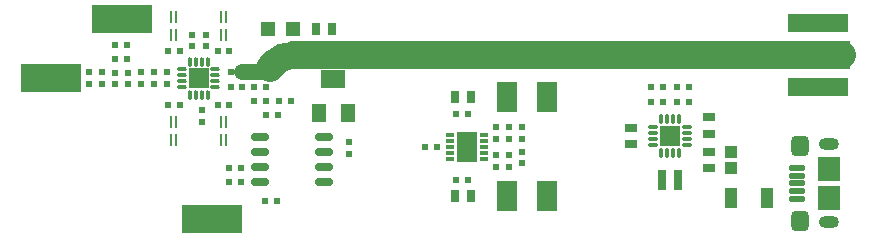
<source format=gts>
G04*
G04 #@! TF.GenerationSoftware,Altium Limited,Altium Designer,24.1.0 (36)*
G04*
G04 Layer_Color=8388736*
%FSLAX44Y44*%
%MOMM*%
G71*
G04*
G04 #@! TF.SameCoordinates,419B32F7-A19B-4B02-8D27-CA0E7DC0472F*
G04*
G04*
G04 #@! TF.FilePolarity,Negative*
G04*
G01*
G75*
%ADD28R,2.0000X1.6000*%
%ADD29R,1.3000X1.6000*%
%ADD41R,5.9000X2.4000*%
%ADD42R,0.4818X0.8500*%
%ADD43C,2.3700*%
%ADD44C,1.3700*%
%ADD45R,1.0016X0.7116*%
%ADD46R,5.1016X1.5016*%
%ADD47R,1.7516X1.7516*%
G04:AMPARAMS|DCode=48|XSize=0.3516mm|YSize=0.8016mm|CornerRadius=0.1133mm|HoleSize=0mm|Usage=FLASHONLY|Rotation=0.000|XOffset=0mm|YOffset=0mm|HoleType=Round|Shape=RoundedRectangle|*
%AMROUNDEDRECTD48*
21,1,0.3516,0.5750,0,0,0.0*
21,1,0.1250,0.8016,0,0,0.0*
1,1,0.2266,0.0625,-0.2875*
1,1,0.2266,-0.0625,-0.2875*
1,1,0.2266,-0.0625,0.2875*
1,1,0.2266,0.0625,0.2875*
%
%ADD48ROUNDEDRECTD48*%
G04:AMPARAMS|DCode=49|XSize=0.3516mm|YSize=0.8016mm|CornerRadius=0.1133mm|HoleSize=0mm|Usage=FLASHONLY|Rotation=90.000|XOffset=0mm|YOffset=0mm|HoleType=Round|Shape=RoundedRectangle|*
%AMROUNDEDRECTD49*
21,1,0.3516,0.5750,0,0,90.0*
21,1,0.1250,0.8016,0,0,90.0*
1,1,0.2266,0.2875,0.0625*
1,1,0.2266,0.2875,-0.0625*
1,1,0.2266,-0.2875,-0.0625*
1,1,0.2266,-0.2875,0.0625*
%
%ADD49ROUNDEDRECTD49*%
%ADD50O,0.9516X0.3516*%
%ADD51O,0.3516X0.9516*%
%ADD52R,0.8016X0.3516*%
%ADD53R,1.7516X2.5016*%
%ADD54O,1.5516X0.7016*%
%ADD55R,0.7016X1.1016*%
%ADD56R,0.6016X0.6016*%
%ADD57R,0.6016X0.6016*%
%ADD58R,0.7516X1.7016*%
%ADD59O,1.4516X0.5016*%
%ADD60R,1.9016X2.0016*%
G04:AMPARAMS|DCode=61|XSize=1.7016mm|YSize=1.5016mm|CornerRadius=0.4008mm|HoleSize=0mm|Usage=FLASHONLY|Rotation=270.000|XOffset=0mm|YOffset=0mm|HoleType=Round|Shape=RoundedRectangle|*
%AMROUNDEDRECTD61*
21,1,1.7016,0.7000,0,0,270.0*
21,1,0.9000,1.5016,0,0,270.0*
1,1,0.8016,-0.3500,-0.4500*
1,1,0.8016,-0.3500,0.4500*
1,1,0.8016,0.3500,0.4500*
1,1,0.8016,0.3500,-0.4500*
%
%ADD61ROUNDEDRECTD61*%
%ADD62R,1.1016X1.0016*%
%ADD63R,1.1016X1.7016*%
%ADD64R,1.3016X1.3016*%
%ADD65R,0.2600X1.0400*%
%ADD66R,1.1016X0.7016*%
%ADD67R,1.7516X2.5016*%
%ADD68R,0.6016X0.5016*%
%ADD69R,5.1816X2.3876*%
%ADD70O,1.7016X1.0016*%
%ADD71C,0.6532*%
%ADD72C,0.7016*%
D28*
X264000Y134500D02*
D03*
D29*
X276500Y105500D02*
D03*
X251500D02*
D03*
D41*
X671500Y155000D02*
D03*
D42*
X683341Y153000D02*
D03*
D43*
X231521Y155000D02*
G03*
X213561Y147561I0J-25400D01*
G01*
X694000Y155000D02*
X695000D01*
X693000D02*
X694000D01*
X692000D02*
X693000D01*
X691000D02*
X692000D01*
X231521D02*
X691000D01*
X210000Y144000D02*
X213561Y147561D01*
D44*
X200343Y140000D02*
G03*
X210000Y144000I0J13657D01*
G01*
X187000Y140000D02*
X200343D01*
D45*
X695000Y155000D02*
D03*
D46*
X674500Y128000D02*
D03*
Y182000D02*
D03*
D47*
X150000Y135000D02*
D03*
X549000Y86000D02*
D03*
D48*
X142500Y149250D02*
D03*
X147500D02*
D03*
X152500D02*
D03*
X157500D02*
D03*
Y120750D02*
D03*
X152500D02*
D03*
X147500D02*
D03*
X142500D02*
D03*
D49*
X164250Y142500D02*
D03*
Y137500D02*
D03*
Y132500D02*
D03*
Y127500D02*
D03*
X135750D02*
D03*
Y132500D02*
D03*
Y137500D02*
D03*
Y142500D02*
D03*
D50*
X563250Y78500D02*
D03*
Y83500D02*
D03*
Y88500D02*
D03*
Y93500D02*
D03*
X534750D02*
D03*
Y88500D02*
D03*
Y83500D02*
D03*
Y78500D02*
D03*
D51*
X556500Y100250D02*
D03*
X551500D02*
D03*
X546500D02*
D03*
X541500D02*
D03*
Y71750D02*
D03*
X546500D02*
D03*
X551500D02*
D03*
X556500D02*
D03*
D52*
X362500Y87000D02*
D03*
Y82000D02*
D03*
Y77000D02*
D03*
Y72000D02*
D03*
Y67000D02*
D03*
X391500D02*
D03*
Y72000D02*
D03*
Y77000D02*
D03*
Y82000D02*
D03*
Y87000D02*
D03*
D53*
X377000Y77000D02*
D03*
D54*
X201751Y85051D02*
D03*
Y72351D02*
D03*
Y59651D02*
D03*
Y46951D02*
D03*
X256251Y85051D02*
D03*
Y72351D02*
D03*
Y59651D02*
D03*
Y46951D02*
D03*
D55*
X263000Y177000D02*
D03*
X249000D02*
D03*
X367000Y35000D02*
D03*
X381000D02*
D03*
X381000Y119000D02*
D03*
X367000D02*
D03*
D56*
X424000Y73000D02*
D03*
Y63000D02*
D03*
Y94000D02*
D03*
Y84000D02*
D03*
X413000Y60000D02*
D03*
Y70000D02*
D03*
Y84000D02*
D03*
Y94000D02*
D03*
X156000Y172000D02*
D03*
Y162000D02*
D03*
X144000Y172000D02*
D03*
Y162000D02*
D03*
X153000Y98000D02*
D03*
Y108000D02*
D03*
X123000Y130000D02*
D03*
Y140000D02*
D03*
X68000Y130000D02*
D03*
Y140000D02*
D03*
X112000D02*
D03*
Y130000D02*
D03*
X57000Y140000D02*
D03*
Y130000D02*
D03*
X277000Y81000D02*
D03*
Y71000D02*
D03*
X402000Y70000D02*
D03*
Y60000D02*
D03*
Y84000D02*
D03*
Y94000D02*
D03*
X101000Y140000D02*
D03*
Y130000D02*
D03*
D57*
X187000Y140000D02*
D03*
X177000D02*
D03*
X207000Y104000D02*
D03*
X217000D02*
D03*
X555000Y128000D02*
D03*
X565000D02*
D03*
X207000D02*
D03*
X197000D02*
D03*
X177000D02*
D03*
X187000D02*
D03*
X186000Y59000D02*
D03*
X176000D02*
D03*
X186000Y47000D02*
D03*
X176000D02*
D03*
X533000Y128000D02*
D03*
X543000D02*
D03*
X533000Y115000D02*
D03*
X543000D02*
D03*
X79500Y163000D02*
D03*
X89500D02*
D03*
Y151000D02*
D03*
X79500D02*
D03*
X378000Y49000D02*
D03*
X368000D02*
D03*
Y105000D02*
D03*
X378000D02*
D03*
X565000Y115000D02*
D03*
X555000D02*
D03*
X176000Y112000D02*
D03*
X166000D02*
D03*
X134000Y158000D02*
D03*
X124000D02*
D03*
Y112000D02*
D03*
X134000D02*
D03*
X166000Y158000D02*
D03*
X176000D02*
D03*
X216000Y31000D02*
D03*
X206000D02*
D03*
X352000Y77000D02*
D03*
X342000D02*
D03*
X218000Y116000D02*
D03*
X228000D02*
D03*
X197000D02*
D03*
X207000D02*
D03*
D58*
X542250Y49000D02*
D03*
X555750D02*
D03*
D59*
X656750Y52500D02*
D03*
Y59000D02*
D03*
Y33000D02*
D03*
Y39500D02*
D03*
Y46000D02*
D03*
D60*
X683500Y34000D02*
D03*
Y58000D02*
D03*
D61*
X659000Y14000D02*
D03*
Y78000D02*
D03*
D62*
X601000Y59250D02*
D03*
Y72750D02*
D03*
D63*
X631000Y34000D02*
D03*
X601000D02*
D03*
D64*
X229500Y177000D02*
D03*
X208500D02*
D03*
D65*
X173100Y83000D02*
D03*
X168900D02*
D03*
Y187000D02*
D03*
X173100D02*
D03*
X126900Y83000D02*
D03*
X131100D02*
D03*
Y187000D02*
D03*
X126900D02*
D03*
Y98000D02*
D03*
X131100D02*
D03*
X168900Y172000D02*
D03*
X173100D02*
D03*
X173100Y98000D02*
D03*
X168900D02*
D03*
X131100Y172000D02*
D03*
X126900D02*
D03*
D66*
X582000Y102000D02*
D03*
Y88000D02*
D03*
X516000Y79000D02*
D03*
Y93000D02*
D03*
X582000Y73000D02*
D03*
Y59000D02*
D03*
D67*
X410750Y35000D02*
D03*
X445250D02*
D03*
X445250Y119000D02*
D03*
X410750D02*
D03*
D68*
X90000Y130500D02*
D03*
Y139500D02*
D03*
X79000D02*
D03*
Y130500D02*
D03*
D69*
X85400Y185000D02*
D03*
X25400Y135000D02*
D03*
X161400Y15740D02*
D03*
D70*
X683500Y13000D02*
D03*
Y79000D02*
D03*
D71*
X145022Y130128D02*
D03*
X150000Y135000D02*
D03*
X154953Y130059D02*
D03*
X144981Y140059D02*
D03*
X155000Y140000D02*
D03*
X549000Y86000D02*
D03*
X544065Y81019D02*
D03*
X554000Y91000D02*
D03*
X554043Y81019D02*
D03*
X544000Y91000D02*
D03*
D72*
X382000Y68000D02*
D03*
X372000D02*
D03*
X382000Y86000D02*
D03*
X372000D02*
D03*
X377000Y77000D02*
D03*
M02*

</source>
